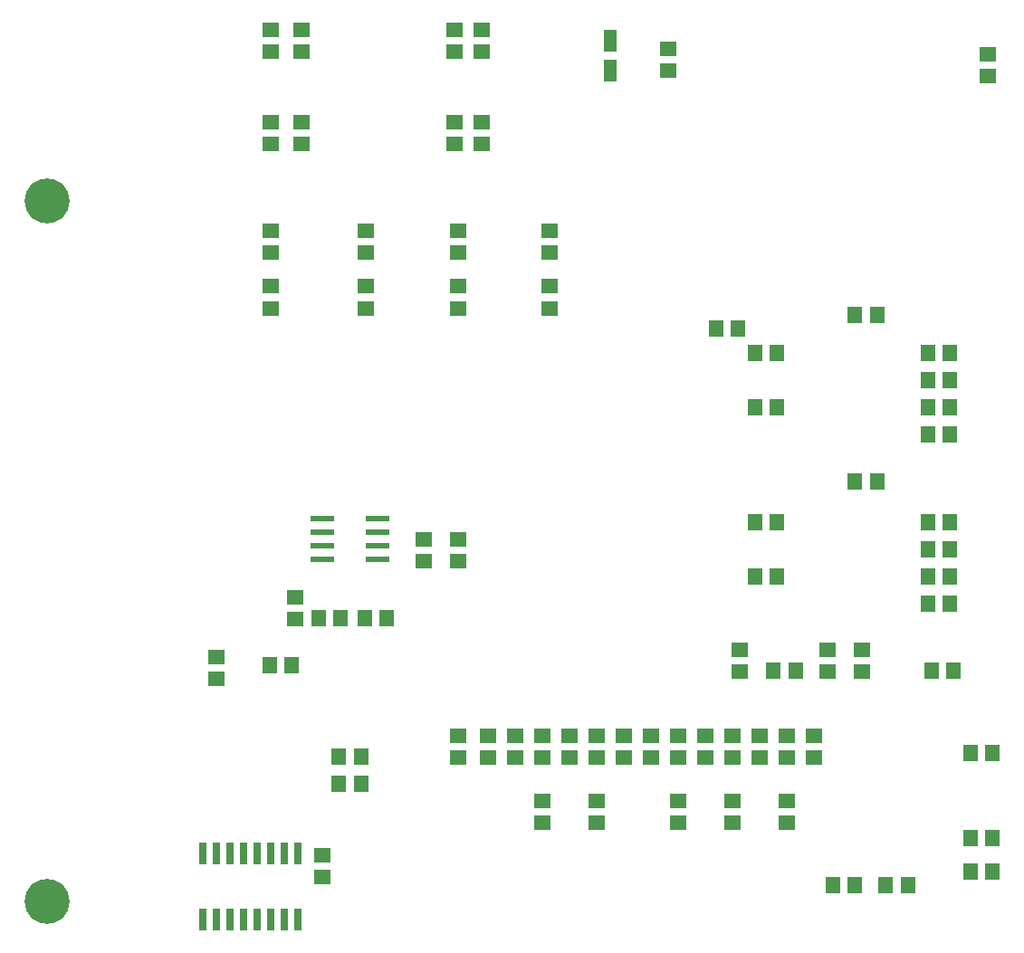
<source format=gtp>
G04 MADE WITH FRITZING*
G04 WWW.FRITZING.ORG*
G04 DOUBLE SIDED*
G04 HOLES PLATED*
G04 CONTOUR ON CENTER OF CONTOUR VECTOR*
%ASAXBY*%
%FSLAX23Y23*%
%MOIN*%
%OFA0B0*%
%SFA1.0B1.0*%
%ADD10C,0.165354*%
%ADD11R,0.059055X0.055118*%
%ADD12R,0.026000X0.080000*%
%ADD13R,0.047244X0.078740*%
%ADD14R,0.087000X0.024000*%
%ADD15R,0.055118X0.059055*%
%ADD16R,0.001000X0.001000*%
%LNPASTEMASK1*%
G90*
G70*
G54D10*
X142Y2958D03*
X142Y376D03*
G54D11*
X767Y1279D03*
X767Y1199D03*
G54D12*
X717Y311D03*
X767Y311D03*
X817Y311D03*
X867Y311D03*
X917Y311D03*
X967Y311D03*
X1017Y311D03*
X1067Y311D03*
X1067Y553D03*
X1017Y553D03*
X967Y553D03*
X917Y553D03*
X867Y553D03*
X817Y553D03*
X767Y553D03*
X717Y553D03*
G54D13*
X2217Y3439D03*
X2217Y3549D03*
G54D14*
X1155Y1786D03*
X1155Y1736D03*
X1155Y1686D03*
X1155Y1636D03*
X1361Y1636D03*
X1361Y1686D03*
X1361Y1736D03*
X1361Y1786D03*
G54D11*
X1155Y468D03*
X1155Y549D03*
G54D15*
X2605Y2486D03*
X2686Y2486D03*
G54D11*
X2430Y3517D03*
X2430Y3436D03*
X3605Y3499D03*
X3605Y3418D03*
X1055Y1499D03*
X1055Y1418D03*
X1530Y1711D03*
X1530Y1631D03*
X1742Y3168D03*
X1742Y3249D03*
X1642Y3506D03*
X1642Y3586D03*
X1742Y3506D03*
X1742Y3586D03*
X1642Y3168D03*
X1642Y3249D03*
X1080Y3506D03*
X1080Y3586D03*
X967Y3506D03*
X967Y3586D03*
X1080Y3168D03*
X1080Y3249D03*
X967Y3168D03*
X967Y3249D03*
G54D15*
X3467Y2399D03*
X3387Y2399D03*
X3387Y2099D03*
X3467Y2099D03*
X3467Y2199D03*
X3387Y2199D03*
X3467Y2299D03*
X3387Y2299D03*
X3198Y2536D03*
X3117Y2536D03*
X3387Y1474D03*
X3467Y1474D03*
X3467Y1574D03*
X3387Y1574D03*
X3467Y1674D03*
X3387Y1674D03*
X3467Y1774D03*
X3387Y1774D03*
G54D11*
X967Y2562D03*
X967Y2643D03*
X1317Y2562D03*
X1317Y2643D03*
X1655Y2562D03*
X1655Y2643D03*
X1992Y2562D03*
X1992Y2643D03*
X967Y2848D03*
X967Y2767D03*
X1317Y2848D03*
X1317Y2767D03*
X1655Y2848D03*
X1655Y2767D03*
X1992Y2848D03*
X1992Y2767D03*
G54D15*
X2749Y2199D03*
X2830Y2199D03*
X2830Y2399D03*
X2749Y2399D03*
X1298Y811D03*
X1217Y811D03*
G54D11*
X2667Y668D03*
X2667Y749D03*
X2467Y668D03*
X2467Y749D03*
X2167Y668D03*
X2167Y749D03*
X1655Y1711D03*
X1655Y1631D03*
G54D15*
X3198Y1924D03*
X3117Y1924D03*
G54D11*
X3017Y1304D03*
X3017Y1224D03*
X1967Y906D03*
X1967Y986D03*
G54D15*
X1142Y1420D03*
X1223Y1420D03*
X1042Y1249D03*
X962Y1249D03*
G54D11*
X1867Y906D03*
X1867Y986D03*
G54D15*
X1298Y911D03*
X1217Y911D03*
G54D11*
X1655Y906D03*
X1655Y986D03*
G54D15*
X3480Y1226D03*
X3399Y1226D03*
G54D11*
X2692Y1224D03*
X2692Y1304D03*
G54D15*
X3623Y924D03*
X3542Y924D03*
X3231Y436D03*
X3312Y436D03*
X3117Y436D03*
X3037Y436D03*
X3623Y486D03*
X3542Y486D03*
X3542Y611D03*
X3623Y611D03*
G54D11*
X2767Y906D03*
X2767Y986D03*
X2867Y668D03*
X2867Y749D03*
X2967Y906D03*
X2967Y986D03*
X1967Y668D03*
X1967Y749D03*
X1767Y906D03*
X1767Y986D03*
X2067Y906D03*
X2067Y986D03*
G54D15*
X1392Y1420D03*
X1312Y1420D03*
G54D11*
X2867Y906D03*
X2867Y986D03*
X2667Y906D03*
X2667Y986D03*
X2467Y906D03*
X2467Y986D03*
X2167Y906D03*
X2167Y986D03*
X2567Y906D03*
X2567Y986D03*
X2367Y906D03*
X2367Y986D03*
X2267Y906D03*
X2267Y986D03*
G54D15*
X2749Y1574D03*
X2830Y1574D03*
X2830Y1774D03*
X2749Y1774D03*
X2898Y1226D03*
X2817Y1226D03*
G54D11*
X3142Y1224D03*
X3142Y1304D03*
G54D16*
D02*
G04 End of PasteMask1*
M02*
</source>
